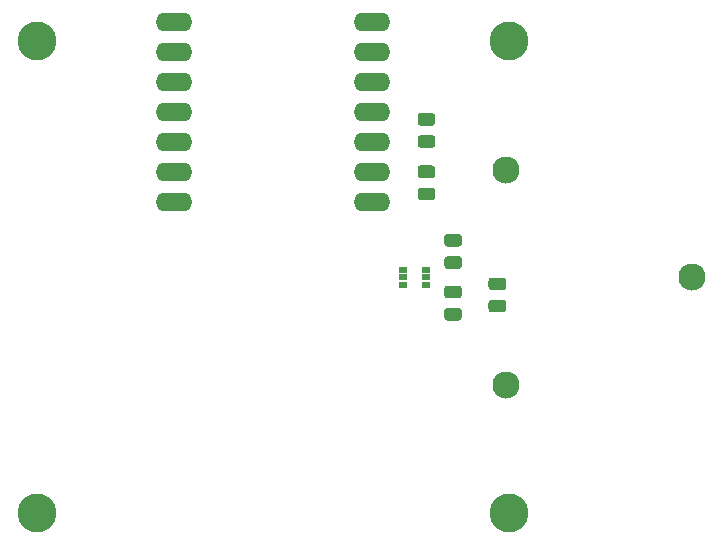
<source format=gbr>
%TF.GenerationSoftware,KiCad,Pcbnew,(5.1.6)-1*%
%TF.CreationDate,2021-12-10T22:34:56-05:00*%
%TF.ProjectId,base,62617365-2e6b-4696-9361-645f70636258,rev?*%
%TF.SameCoordinates,Original*%
%TF.FileFunction,Soldermask,Bot*%
%TF.FilePolarity,Negative*%
%FSLAX46Y46*%
G04 Gerber Fmt 4.6, Leading zero omitted, Abs format (unit mm)*
G04 Created by KiCad (PCBNEW (5.1.6)-1) date 2021-12-10 22:34:56*
%MOMM*%
%LPD*%
G01*
G04 APERTURE LIST*
%ADD10C,2.300000*%
%ADD11C,3.300000*%
%ADD12O,3.108000X1.584000*%
%ADD13R,0.750000X0.500000*%
G04 APERTURE END LIST*
D10*
%TO.C,H7*%
X161750000Y-105093266D03*
%TD*%
%TO.C,H6*%
X177500000Y-96000000D03*
%TD*%
%TO.C,H5*%
X161750000Y-86906734D03*
%TD*%
D11*
%TO.C,H4*%
X162000000Y-76000000D03*
%TD*%
%TO.C,H3*%
X162000000Y-116000000D03*
%TD*%
%TO.C,H2*%
X122000000Y-116000000D03*
%TD*%
%TO.C,H1*%
X122000000Y-76000000D03*
%TD*%
%TO.C,C1*%
G36*
G01*
X160518750Y-96025000D02*
X161481250Y-96025000D01*
G75*
G02*
X161750000Y-96293750I0J-268750D01*
G01*
X161750000Y-96831250D01*
G75*
G02*
X161481250Y-97100000I-268750J0D01*
G01*
X160518750Y-97100000D01*
G75*
G02*
X160250000Y-96831250I0J268750D01*
G01*
X160250000Y-96293750D01*
G75*
G02*
X160518750Y-96025000I268750J0D01*
G01*
G37*
G36*
G01*
X160518750Y-97900000D02*
X161481250Y-97900000D01*
G75*
G02*
X161750000Y-98168750I0J-268750D01*
G01*
X161750000Y-98706250D01*
G75*
G02*
X161481250Y-98975000I-268750J0D01*
G01*
X160518750Y-98975000D01*
G75*
G02*
X160250000Y-98706250I0J268750D01*
G01*
X160250000Y-98168750D01*
G75*
G02*
X160518750Y-97900000I268750J0D01*
G01*
G37*
%TD*%
%TO.C,R1*%
G36*
G01*
X155481250Y-87600000D02*
X154518750Y-87600000D01*
G75*
G02*
X154250000Y-87331250I0J268750D01*
G01*
X154250000Y-86793750D01*
G75*
G02*
X154518750Y-86525000I268750J0D01*
G01*
X155481250Y-86525000D01*
G75*
G02*
X155750000Y-86793750I0J-268750D01*
G01*
X155750000Y-87331250D01*
G75*
G02*
X155481250Y-87600000I-268750J0D01*
G01*
G37*
G36*
G01*
X155481250Y-89475000D02*
X154518750Y-89475000D01*
G75*
G02*
X154250000Y-89206250I0J268750D01*
G01*
X154250000Y-88668750D01*
G75*
G02*
X154518750Y-88400000I268750J0D01*
G01*
X155481250Y-88400000D01*
G75*
G02*
X155750000Y-88668750I0J-268750D01*
G01*
X155750000Y-89206250D01*
G75*
G02*
X155481250Y-89475000I-268750J0D01*
G01*
G37*
%TD*%
%TO.C,R2*%
G36*
G01*
X156768750Y-92337500D02*
X157731250Y-92337500D01*
G75*
G02*
X158000000Y-92606250I0J-268750D01*
G01*
X158000000Y-93143750D01*
G75*
G02*
X157731250Y-93412500I-268750J0D01*
G01*
X156768750Y-93412500D01*
G75*
G02*
X156500000Y-93143750I0J268750D01*
G01*
X156500000Y-92606250D01*
G75*
G02*
X156768750Y-92337500I268750J0D01*
G01*
G37*
G36*
G01*
X156768750Y-94212500D02*
X157731250Y-94212500D01*
G75*
G02*
X158000000Y-94481250I0J-268750D01*
G01*
X158000000Y-95018750D01*
G75*
G02*
X157731250Y-95287500I-268750J0D01*
G01*
X156768750Y-95287500D01*
G75*
G02*
X156500000Y-95018750I0J268750D01*
G01*
X156500000Y-94481250D01*
G75*
G02*
X156768750Y-94212500I268750J0D01*
G01*
G37*
%TD*%
%TO.C,R3*%
G36*
G01*
X157731250Y-97787500D02*
X156768750Y-97787500D01*
G75*
G02*
X156500000Y-97518750I0J268750D01*
G01*
X156500000Y-96981250D01*
G75*
G02*
X156768750Y-96712500I268750J0D01*
G01*
X157731250Y-96712500D01*
G75*
G02*
X158000000Y-96981250I0J-268750D01*
G01*
X158000000Y-97518750D01*
G75*
G02*
X157731250Y-97787500I-268750J0D01*
G01*
G37*
G36*
G01*
X157731250Y-99662500D02*
X156768750Y-99662500D01*
G75*
G02*
X156500000Y-99393750I0J268750D01*
G01*
X156500000Y-98856250D01*
G75*
G02*
X156768750Y-98587500I268750J0D01*
G01*
X157731250Y-98587500D01*
G75*
G02*
X158000000Y-98856250I0J-268750D01*
G01*
X158000000Y-99393750D01*
G75*
G02*
X157731250Y-99662500I-268750J0D01*
G01*
G37*
%TD*%
%TO.C,R4*%
G36*
G01*
X154518750Y-82087500D02*
X155481250Y-82087500D01*
G75*
G02*
X155750000Y-82356250I0J-268750D01*
G01*
X155750000Y-82893750D01*
G75*
G02*
X155481250Y-83162500I-268750J0D01*
G01*
X154518750Y-83162500D01*
G75*
G02*
X154250000Y-82893750I0J268750D01*
G01*
X154250000Y-82356250D01*
G75*
G02*
X154518750Y-82087500I268750J0D01*
G01*
G37*
G36*
G01*
X154518750Y-83962500D02*
X155481250Y-83962500D01*
G75*
G02*
X155750000Y-84231250I0J-268750D01*
G01*
X155750000Y-84768750D01*
G75*
G02*
X155481250Y-85037500I-268750J0D01*
G01*
X154518750Y-85037500D01*
G75*
G02*
X154250000Y-84768750I0J268750D01*
G01*
X154250000Y-84231250D01*
G75*
G02*
X154518750Y-83962500I268750J0D01*
G01*
G37*
%TD*%
D12*
%TO.C,U1*%
X150382000Y-74423180D03*
X150382000Y-76963180D03*
X150382000Y-79503180D03*
X150382000Y-82000000D03*
X150382000Y-84540000D03*
X150382000Y-87123180D03*
X150382000Y-89663180D03*
X133618000Y-89620000D03*
X133618000Y-87080000D03*
X133618000Y-84540000D03*
X133618000Y-82000000D03*
X133618000Y-79460000D03*
X133618000Y-76920000D03*
X133618000Y-74380000D03*
%TD*%
D13*
%TO.C,U2*%
X154950000Y-95350000D03*
X154950000Y-96650000D03*
X153050000Y-96000000D03*
X154950000Y-96000000D03*
X153050000Y-96650000D03*
X153050000Y-95350000D03*
%TD*%
M02*

</source>
